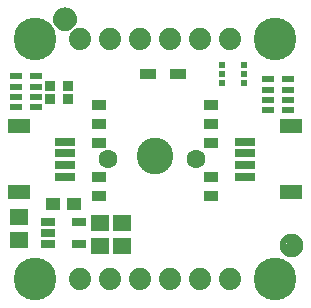
<source format=gbr>
G04 EAGLE Gerber RS-274X export*
G75*
%MOMM*%
%FSLAX34Y34*%
%LPD*%
%INSoldermask Top*%
%IPPOS*%
%AMOC8*
5,1,8,0,0,1.08239X$1,22.5*%
G01*
%ADD10R,1.601600X1.341600*%
%ADD11R,1.301600X0.651600*%
%ADD12R,1.176600X1.101600*%
%ADD13R,1.001600X0.551600*%
%ADD14R,0.601600X0.601600*%
%ADD15R,0.601600X0.501600*%
%ADD16C,1.879600*%
%ADD17C,3.617600*%
%ADD18R,1.651600X0.701600*%
%ADD19R,1.901600X1.301600*%
%ADD20C,1.101600*%
%ADD21C,0.500000*%
%ADD22R,0.901600X0.901600*%
%ADD23C,3.101600*%
%ADD24R,1.301600X0.901600*%
%ADD25C,1.601600*%
%ADD26R,1.451600X0.901600*%


D10*
X11430Y59080D03*
X11430Y78080D03*
D11*
X36529Y74270D03*
X36529Y64770D03*
X36529Y55270D03*
X62531Y55270D03*
X62531Y74270D03*
D10*
X99060Y54000D03*
X99060Y73000D03*
D12*
X58030Y88900D03*
X41030Y88900D03*
D13*
X222640Y168610D03*
X239640Y168610D03*
X222640Y177610D03*
X222640Y185610D03*
X222640Y194610D03*
X239640Y194610D03*
X239640Y177610D03*
X239640Y185610D03*
D14*
X202040Y191890D03*
D15*
X202040Y199390D03*
D14*
X202040Y206890D03*
X184040Y206890D03*
D15*
X184040Y199390D03*
D14*
X184040Y191890D03*
D16*
X63500Y25400D03*
X88900Y25400D03*
X114300Y25400D03*
X139700Y25400D03*
X165100Y25400D03*
X190500Y25400D03*
D17*
X25400Y228600D03*
X228600Y228600D03*
D18*
X203460Y122000D03*
X203460Y132000D03*
X203460Y112000D03*
X203460Y142000D03*
D19*
X242460Y99000D03*
X242460Y155000D03*
D18*
X50540Y132000D03*
X50540Y122000D03*
X50540Y142000D03*
X50540Y112000D03*
D19*
X11540Y155000D03*
X11540Y99000D03*
D20*
X242570Y53975D03*
D21*
X242570Y61475D02*
X242389Y61473D01*
X242208Y61466D01*
X242027Y61455D01*
X241846Y61440D01*
X241666Y61420D01*
X241486Y61396D01*
X241307Y61368D01*
X241129Y61335D01*
X240952Y61298D01*
X240775Y61257D01*
X240600Y61212D01*
X240425Y61162D01*
X240252Y61108D01*
X240081Y61050D01*
X239910Y60988D01*
X239742Y60921D01*
X239575Y60851D01*
X239409Y60777D01*
X239246Y60698D01*
X239085Y60616D01*
X238925Y60530D01*
X238768Y60440D01*
X238613Y60346D01*
X238460Y60249D01*
X238310Y60147D01*
X238162Y60043D01*
X238016Y59934D01*
X237874Y59823D01*
X237734Y59707D01*
X237597Y59589D01*
X237462Y59467D01*
X237331Y59342D01*
X237203Y59214D01*
X237078Y59083D01*
X236956Y58948D01*
X236838Y58811D01*
X236722Y58671D01*
X236611Y58529D01*
X236502Y58383D01*
X236398Y58235D01*
X236296Y58085D01*
X236199Y57932D01*
X236105Y57777D01*
X236015Y57620D01*
X235929Y57460D01*
X235847Y57299D01*
X235768Y57136D01*
X235694Y56970D01*
X235624Y56803D01*
X235557Y56635D01*
X235495Y56464D01*
X235437Y56293D01*
X235383Y56120D01*
X235333Y55945D01*
X235288Y55770D01*
X235247Y55593D01*
X235210Y55416D01*
X235177Y55238D01*
X235149Y55059D01*
X235125Y54879D01*
X235105Y54699D01*
X235090Y54518D01*
X235079Y54337D01*
X235072Y54156D01*
X235070Y53975D01*
X242570Y61475D02*
X242751Y61473D01*
X242932Y61466D01*
X243113Y61455D01*
X243294Y61440D01*
X243474Y61420D01*
X243654Y61396D01*
X243833Y61368D01*
X244011Y61335D01*
X244188Y61298D01*
X244365Y61257D01*
X244540Y61212D01*
X244715Y61162D01*
X244888Y61108D01*
X245059Y61050D01*
X245230Y60988D01*
X245398Y60921D01*
X245565Y60851D01*
X245731Y60777D01*
X245894Y60698D01*
X246055Y60616D01*
X246215Y60530D01*
X246372Y60440D01*
X246527Y60346D01*
X246680Y60249D01*
X246830Y60147D01*
X246978Y60043D01*
X247124Y59934D01*
X247266Y59823D01*
X247406Y59707D01*
X247543Y59589D01*
X247678Y59467D01*
X247809Y59342D01*
X247937Y59214D01*
X248062Y59083D01*
X248184Y58948D01*
X248302Y58811D01*
X248418Y58671D01*
X248529Y58529D01*
X248638Y58383D01*
X248742Y58235D01*
X248844Y58085D01*
X248941Y57932D01*
X249035Y57777D01*
X249125Y57620D01*
X249211Y57460D01*
X249293Y57299D01*
X249372Y57136D01*
X249446Y56970D01*
X249516Y56803D01*
X249583Y56635D01*
X249645Y56464D01*
X249703Y56293D01*
X249757Y56120D01*
X249807Y55945D01*
X249852Y55770D01*
X249893Y55593D01*
X249930Y55416D01*
X249963Y55238D01*
X249991Y55059D01*
X250015Y54879D01*
X250035Y54699D01*
X250050Y54518D01*
X250061Y54337D01*
X250068Y54156D01*
X250070Y53975D01*
X250068Y53794D01*
X250061Y53613D01*
X250050Y53432D01*
X250035Y53251D01*
X250015Y53071D01*
X249991Y52891D01*
X249963Y52712D01*
X249930Y52534D01*
X249893Y52357D01*
X249852Y52180D01*
X249807Y52005D01*
X249757Y51830D01*
X249703Y51657D01*
X249645Y51486D01*
X249583Y51315D01*
X249516Y51147D01*
X249446Y50980D01*
X249372Y50814D01*
X249293Y50651D01*
X249211Y50490D01*
X249125Y50330D01*
X249035Y50173D01*
X248941Y50018D01*
X248844Y49865D01*
X248742Y49715D01*
X248638Y49567D01*
X248529Y49421D01*
X248418Y49279D01*
X248302Y49139D01*
X248184Y49002D01*
X248062Y48867D01*
X247937Y48736D01*
X247809Y48608D01*
X247678Y48483D01*
X247543Y48361D01*
X247406Y48243D01*
X247266Y48127D01*
X247124Y48016D01*
X246978Y47907D01*
X246830Y47803D01*
X246680Y47701D01*
X246527Y47604D01*
X246372Y47510D01*
X246215Y47420D01*
X246055Y47334D01*
X245894Y47252D01*
X245731Y47173D01*
X245565Y47099D01*
X245398Y47029D01*
X245230Y46962D01*
X245059Y46900D01*
X244888Y46842D01*
X244715Y46788D01*
X244540Y46738D01*
X244365Y46693D01*
X244188Y46652D01*
X244011Y46615D01*
X243833Y46582D01*
X243654Y46554D01*
X243474Y46530D01*
X243294Y46510D01*
X243113Y46495D01*
X242932Y46484D01*
X242751Y46477D01*
X242570Y46475D01*
X242389Y46477D01*
X242208Y46484D01*
X242027Y46495D01*
X241846Y46510D01*
X241666Y46530D01*
X241486Y46554D01*
X241307Y46582D01*
X241129Y46615D01*
X240952Y46652D01*
X240775Y46693D01*
X240600Y46738D01*
X240425Y46788D01*
X240252Y46842D01*
X240081Y46900D01*
X239910Y46962D01*
X239742Y47029D01*
X239575Y47099D01*
X239409Y47173D01*
X239246Y47252D01*
X239085Y47334D01*
X238925Y47420D01*
X238768Y47510D01*
X238613Y47604D01*
X238460Y47701D01*
X238310Y47803D01*
X238162Y47907D01*
X238016Y48016D01*
X237874Y48127D01*
X237734Y48243D01*
X237597Y48361D01*
X237462Y48483D01*
X237331Y48608D01*
X237203Y48736D01*
X237078Y48867D01*
X236956Y49002D01*
X236838Y49139D01*
X236722Y49279D01*
X236611Y49421D01*
X236502Y49567D01*
X236398Y49715D01*
X236296Y49865D01*
X236199Y50018D01*
X236105Y50173D01*
X236015Y50330D01*
X235929Y50490D01*
X235847Y50651D01*
X235768Y50814D01*
X235694Y50980D01*
X235624Y51147D01*
X235557Y51315D01*
X235495Y51486D01*
X235437Y51657D01*
X235383Y51830D01*
X235333Y52005D01*
X235288Y52180D01*
X235247Y52357D01*
X235210Y52534D01*
X235177Y52712D01*
X235149Y52891D01*
X235125Y53071D01*
X235105Y53251D01*
X235090Y53432D01*
X235079Y53613D01*
X235072Y53794D01*
X235070Y53975D01*
D20*
X50800Y245491D03*
D21*
X50800Y252991D02*
X50619Y252989D01*
X50438Y252982D01*
X50257Y252971D01*
X50076Y252956D01*
X49896Y252936D01*
X49716Y252912D01*
X49537Y252884D01*
X49359Y252851D01*
X49182Y252814D01*
X49005Y252773D01*
X48830Y252728D01*
X48655Y252678D01*
X48482Y252624D01*
X48311Y252566D01*
X48140Y252504D01*
X47972Y252437D01*
X47805Y252367D01*
X47639Y252293D01*
X47476Y252214D01*
X47315Y252132D01*
X47155Y252046D01*
X46998Y251956D01*
X46843Y251862D01*
X46690Y251765D01*
X46540Y251663D01*
X46392Y251559D01*
X46246Y251450D01*
X46104Y251339D01*
X45964Y251223D01*
X45827Y251105D01*
X45692Y250983D01*
X45561Y250858D01*
X45433Y250730D01*
X45308Y250599D01*
X45186Y250464D01*
X45068Y250327D01*
X44952Y250187D01*
X44841Y250045D01*
X44732Y249899D01*
X44628Y249751D01*
X44526Y249601D01*
X44429Y249448D01*
X44335Y249293D01*
X44245Y249136D01*
X44159Y248976D01*
X44077Y248815D01*
X43998Y248652D01*
X43924Y248486D01*
X43854Y248319D01*
X43787Y248151D01*
X43725Y247980D01*
X43667Y247809D01*
X43613Y247636D01*
X43563Y247461D01*
X43518Y247286D01*
X43477Y247109D01*
X43440Y246932D01*
X43407Y246754D01*
X43379Y246575D01*
X43355Y246395D01*
X43335Y246215D01*
X43320Y246034D01*
X43309Y245853D01*
X43302Y245672D01*
X43300Y245491D01*
X50800Y252991D02*
X50981Y252989D01*
X51162Y252982D01*
X51343Y252971D01*
X51524Y252956D01*
X51704Y252936D01*
X51884Y252912D01*
X52063Y252884D01*
X52241Y252851D01*
X52418Y252814D01*
X52595Y252773D01*
X52770Y252728D01*
X52945Y252678D01*
X53118Y252624D01*
X53289Y252566D01*
X53460Y252504D01*
X53628Y252437D01*
X53795Y252367D01*
X53961Y252293D01*
X54124Y252214D01*
X54285Y252132D01*
X54445Y252046D01*
X54602Y251956D01*
X54757Y251862D01*
X54910Y251765D01*
X55060Y251663D01*
X55208Y251559D01*
X55354Y251450D01*
X55496Y251339D01*
X55636Y251223D01*
X55773Y251105D01*
X55908Y250983D01*
X56039Y250858D01*
X56167Y250730D01*
X56292Y250599D01*
X56414Y250464D01*
X56532Y250327D01*
X56648Y250187D01*
X56759Y250045D01*
X56868Y249899D01*
X56972Y249751D01*
X57074Y249601D01*
X57171Y249448D01*
X57265Y249293D01*
X57355Y249136D01*
X57441Y248976D01*
X57523Y248815D01*
X57602Y248652D01*
X57676Y248486D01*
X57746Y248319D01*
X57813Y248151D01*
X57875Y247980D01*
X57933Y247809D01*
X57987Y247636D01*
X58037Y247461D01*
X58082Y247286D01*
X58123Y247109D01*
X58160Y246932D01*
X58193Y246754D01*
X58221Y246575D01*
X58245Y246395D01*
X58265Y246215D01*
X58280Y246034D01*
X58291Y245853D01*
X58298Y245672D01*
X58300Y245491D01*
X58298Y245310D01*
X58291Y245129D01*
X58280Y244948D01*
X58265Y244767D01*
X58245Y244587D01*
X58221Y244407D01*
X58193Y244228D01*
X58160Y244050D01*
X58123Y243873D01*
X58082Y243696D01*
X58037Y243521D01*
X57987Y243346D01*
X57933Y243173D01*
X57875Y243002D01*
X57813Y242831D01*
X57746Y242663D01*
X57676Y242496D01*
X57602Y242330D01*
X57523Y242167D01*
X57441Y242006D01*
X57355Y241846D01*
X57265Y241689D01*
X57171Y241534D01*
X57074Y241381D01*
X56972Y241231D01*
X56868Y241083D01*
X56759Y240937D01*
X56648Y240795D01*
X56532Y240655D01*
X56414Y240518D01*
X56292Y240383D01*
X56167Y240252D01*
X56039Y240124D01*
X55908Y239999D01*
X55773Y239877D01*
X55636Y239759D01*
X55496Y239643D01*
X55354Y239532D01*
X55208Y239423D01*
X55060Y239319D01*
X54910Y239217D01*
X54757Y239120D01*
X54602Y239026D01*
X54445Y238936D01*
X54285Y238850D01*
X54124Y238768D01*
X53961Y238689D01*
X53795Y238615D01*
X53628Y238545D01*
X53460Y238478D01*
X53289Y238416D01*
X53118Y238358D01*
X52945Y238304D01*
X52770Y238254D01*
X52595Y238209D01*
X52418Y238168D01*
X52241Y238131D01*
X52063Y238098D01*
X51884Y238070D01*
X51704Y238046D01*
X51524Y238026D01*
X51343Y238011D01*
X51162Y238000D01*
X50981Y237993D01*
X50800Y237991D01*
X50619Y237993D01*
X50438Y238000D01*
X50257Y238011D01*
X50076Y238026D01*
X49896Y238046D01*
X49716Y238070D01*
X49537Y238098D01*
X49359Y238131D01*
X49182Y238168D01*
X49005Y238209D01*
X48830Y238254D01*
X48655Y238304D01*
X48482Y238358D01*
X48311Y238416D01*
X48140Y238478D01*
X47972Y238545D01*
X47805Y238615D01*
X47639Y238689D01*
X47476Y238768D01*
X47315Y238850D01*
X47155Y238936D01*
X46998Y239026D01*
X46843Y239120D01*
X46690Y239217D01*
X46540Y239319D01*
X46392Y239423D01*
X46246Y239532D01*
X46104Y239643D01*
X45964Y239759D01*
X45827Y239877D01*
X45692Y239999D01*
X45561Y240124D01*
X45433Y240252D01*
X45308Y240383D01*
X45186Y240518D01*
X45068Y240655D01*
X44952Y240795D01*
X44841Y240937D01*
X44732Y241083D01*
X44628Y241231D01*
X44526Y241381D01*
X44429Y241534D01*
X44335Y241689D01*
X44245Y241846D01*
X44159Y242006D01*
X44077Y242167D01*
X43998Y242330D01*
X43924Y242496D01*
X43854Y242663D01*
X43787Y242831D01*
X43725Y243002D01*
X43667Y243173D01*
X43613Y243346D01*
X43563Y243521D01*
X43518Y243696D01*
X43477Y243873D01*
X43440Y244050D01*
X43407Y244228D01*
X43379Y244407D01*
X43355Y244587D01*
X43335Y244767D01*
X43320Y244948D01*
X43309Y245129D01*
X43302Y245310D01*
X43300Y245491D01*
D17*
X25400Y25400D03*
X228600Y25400D03*
D22*
X38220Y177800D03*
X53220Y177800D03*
D23*
X127000Y129620D03*
D24*
X79500Y173120D03*
X79500Y157120D03*
X79500Y141120D03*
X79500Y112120D03*
X79500Y96120D03*
X174500Y173120D03*
X174500Y157120D03*
X174500Y141120D03*
X174500Y112120D03*
X174500Y96120D03*
D16*
X63500Y228600D03*
X88900Y228600D03*
X114300Y228600D03*
X139700Y228600D03*
X165100Y228600D03*
X190500Y228600D03*
D25*
X87500Y127000D03*
X162000Y127000D03*
D26*
X146050Y199390D03*
X120650Y199390D03*
D22*
X38220Y189230D03*
X53220Y189230D03*
D13*
X26280Y197150D03*
X9280Y197150D03*
X26280Y188150D03*
X26280Y180150D03*
X26280Y171150D03*
X9280Y171150D03*
X9280Y188150D03*
X9280Y180150D03*
D10*
X80010Y73000D03*
X80010Y54000D03*
M02*

</source>
